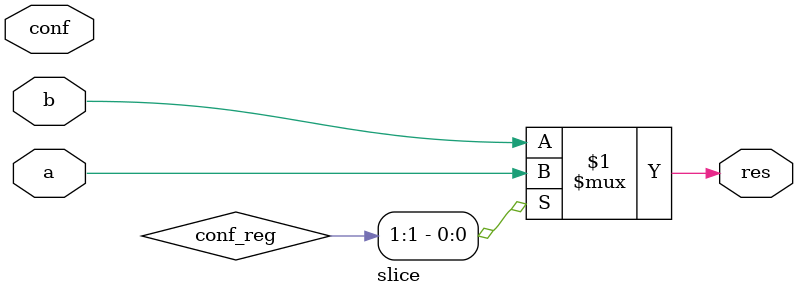
<source format=v>
module slice(input [1:0] conf,
             input  a,
             input b,
             output res);


   reg [1:0]        conf_reg;

   assign res = conf_reg[1] ? a : b;


endmodule // slice

</source>
